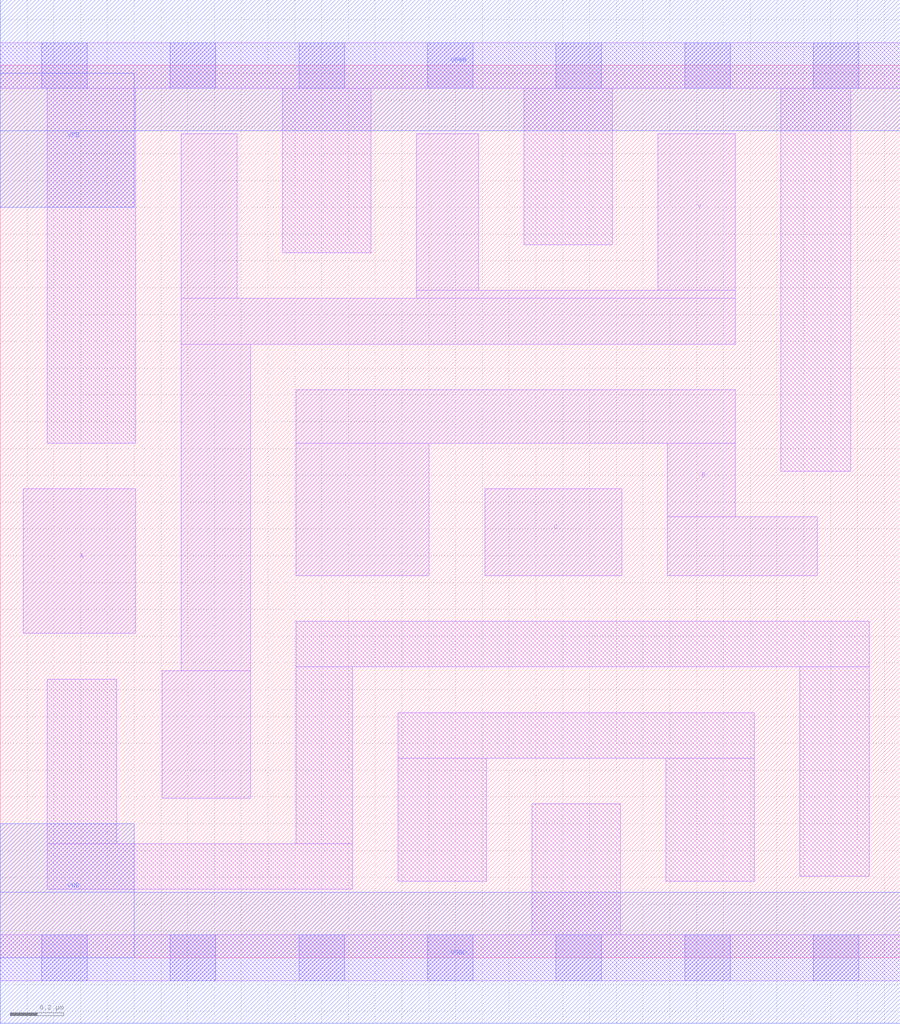
<source format=lef>
# Copyright 2020 The SkyWater PDK Authors
#
# Licensed under the Apache License, Version 2.0 (the "License");
# you may not use this file except in compliance with the License.
# You may obtain a copy of the License at
#
#     https://www.apache.org/licenses/LICENSE-2.0
#
# Unless required by applicable law or agreed to in writing, software
# distributed under the License is distributed on an "AS IS" BASIS,
# WITHOUT WARRANTIES OR CONDITIONS OF ANY KIND, either express or implied.
# See the License for the specific language governing permissions and
# limitations under the License.
#
# SPDX-License-Identifier: Apache-2.0

VERSION 5.5 ;
NAMESCASESENSITIVE ON ;
BUSBITCHARS "[]" ;
DIVIDERCHAR "/" ;
MACRO sky130_fd_sc_lp__nand3_2
  CLASS CORE ;
  SOURCE USER ;
  ORIGIN  0.000000  0.000000 ;
  SIZE  3.360000 BY  3.330000 ;
  SYMMETRY X Y R90 ;
  SITE unit ;
  PIN A
    ANTENNAGATEAREA  0.630000 ;
    DIRECTION INPUT ;
    USE SIGNAL ;
    PORT
      LAYER li1 ;
        RECT 0.085000 1.210000 0.505000 1.750000 ;
    END
  END A
  PIN B
    ANTENNAGATEAREA  0.630000 ;
    DIRECTION INPUT ;
    USE SIGNAL ;
    PORT
      LAYER li1 ;
        RECT 1.105000 1.425000 1.600000 1.920000 ;
        RECT 1.105000 1.920000 2.745000 2.120000 ;
        RECT 2.490000 1.425000 3.050000 1.645000 ;
        RECT 2.490000 1.645000 2.745000 1.920000 ;
    END
  END B
  PIN C
    ANTENNAGATEAREA  0.630000 ;
    DIRECTION INPUT ;
    USE SIGNAL ;
    PORT
      LAYER li1 ;
        RECT 1.810000 1.425000 2.320000 1.750000 ;
    END
  END C
  PIN Y
    ANTENNADIFFAREA  1.293600 ;
    DIRECTION OUTPUT ;
    USE SIGNAL ;
    PORT
      LAYER li1 ;
        RECT 0.605000 0.595000 0.935000 1.070000 ;
        RECT 0.675000 1.070000 0.935000 2.290000 ;
        RECT 0.675000 2.290000 2.745000 2.460000 ;
        RECT 0.675000 2.460000 0.885000 3.075000 ;
        RECT 1.555000 2.460000 2.745000 2.490000 ;
        RECT 1.555000 2.490000 1.785000 3.075000 ;
        RECT 2.455000 2.490000 2.745000 3.075000 ;
    END
  END Y
  PIN VGND
    DIRECTION INOUT ;
    USE GROUND ;
    PORT
      LAYER met1 ;
        RECT 0.000000 -0.245000 3.360000 0.245000 ;
    END
  END VGND
  PIN VNB
    DIRECTION INOUT ;
    USE GROUND ;
    PORT
      LAYER met1 ;
        RECT 0.000000 0.000000 0.500000 0.500000 ;
    END
  END VNB
  PIN VPB
    DIRECTION INOUT ;
    USE POWER ;
    PORT
      LAYER met1 ;
        RECT 0.000000 2.800000 0.500000 3.300000 ;
    END
  END VPB
  PIN VPWR
    DIRECTION INOUT ;
    USE POWER ;
    PORT
      LAYER met1 ;
        RECT 0.000000 3.085000 3.360000 3.575000 ;
    END
  END VPWR
  OBS
    LAYER li1 ;
      RECT 0.000000 -0.085000 3.360000 0.085000 ;
      RECT 0.000000  3.245000 3.360000 3.415000 ;
      RECT 0.175000  0.255000 1.315000 0.425000 ;
      RECT 0.175000  0.425000 0.435000 1.040000 ;
      RECT 0.175000  1.920000 0.505000 3.245000 ;
      RECT 1.055000  2.630000 1.385000 3.245000 ;
      RECT 1.105000  0.425000 1.315000 1.085000 ;
      RECT 1.105000  1.085000 3.245000 1.255000 ;
      RECT 1.485000  0.285000 1.815000 0.745000 ;
      RECT 1.485000  0.745000 2.815000 0.915000 ;
      RECT 1.955000  2.660000 2.285000 3.245000 ;
      RECT 1.985000  0.085000 2.315000 0.575000 ;
      RECT 2.485000  0.285000 2.815000 0.745000 ;
      RECT 2.915000  1.815000 3.175000 3.245000 ;
      RECT 2.985000  0.305000 3.245000 1.085000 ;
    LAYER mcon ;
      RECT 0.155000 -0.085000 0.325000 0.085000 ;
      RECT 0.155000  3.245000 0.325000 3.415000 ;
      RECT 0.635000 -0.085000 0.805000 0.085000 ;
      RECT 0.635000  3.245000 0.805000 3.415000 ;
      RECT 1.115000 -0.085000 1.285000 0.085000 ;
      RECT 1.115000  3.245000 1.285000 3.415000 ;
      RECT 1.595000 -0.085000 1.765000 0.085000 ;
      RECT 1.595000  3.245000 1.765000 3.415000 ;
      RECT 2.075000 -0.085000 2.245000 0.085000 ;
      RECT 2.075000  3.245000 2.245000 3.415000 ;
      RECT 2.555000 -0.085000 2.725000 0.085000 ;
      RECT 2.555000  3.245000 2.725000 3.415000 ;
      RECT 3.035000 -0.085000 3.205000 0.085000 ;
      RECT 3.035000  3.245000 3.205000 3.415000 ;
  END
END sky130_fd_sc_lp__nand3_2
END LIBRARY

</source>
